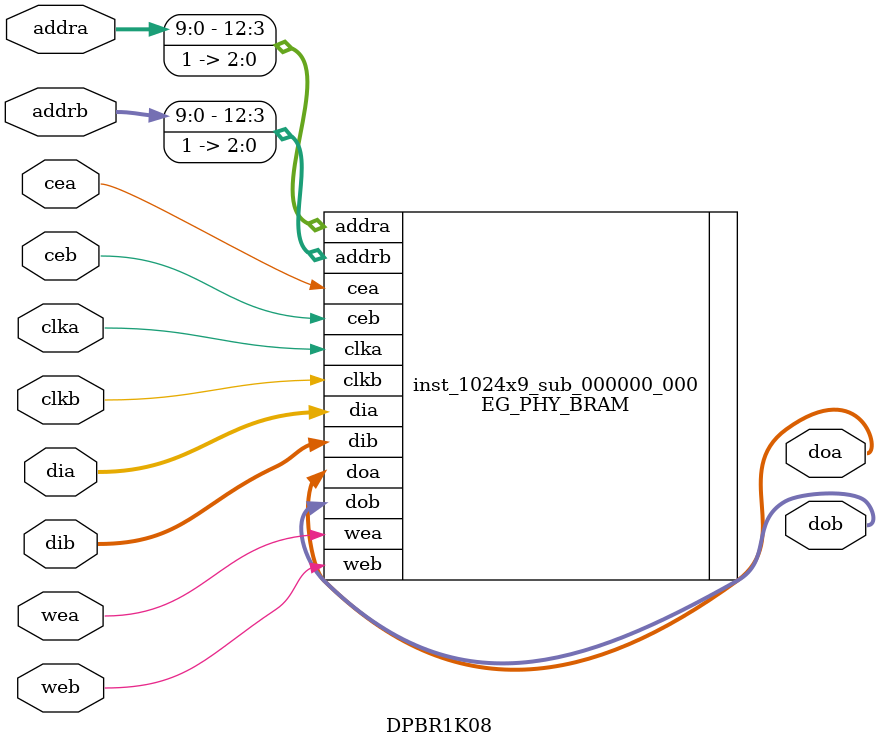
<source format=v>

`timescale 1ns / 1ps
module DPBR1K08  // al_ip/DPBR1K08.v(14)
  (
  addra,
  addrb,
  cea,
  ceb,
  clka,
  clkb,
  dia,
  dib,
  wea,
  web,
  doa,
  dob
  );

  input [9:0] addra;  // al_ip/DPBR1K08.v(25)
  input [9:0] addrb;  // al_ip/DPBR1K08.v(26)
  input cea;  // al_ip/DPBR1K08.v(29)
  input ceb;  // al_ip/DPBR1K08.v(30)
  input clka;  // al_ip/DPBR1K08.v(31)
  input clkb;  // al_ip/DPBR1K08.v(32)
  input [8:0] dia;  // al_ip/DPBR1K08.v(23)
  input [8:0] dib;  // al_ip/DPBR1K08.v(24)
  input wea;  // al_ip/DPBR1K08.v(27)
  input web;  // al_ip/DPBR1K08.v(28)
  output [8:0] doa;  // al_ip/DPBR1K08.v(19)
  output [8:0] dob;  // al_ip/DPBR1K08.v(20)


  EG_PHY_CONFIG #(
    .DONE_PERSISTN("ENABLE"),
    .INIT_PERSISTN("ENABLE"),
    .JTAG_PERSISTN("DISABLE"),
    .PROGRAMN_PERSISTN("DISABLE"))
    config_inst ();
  // address_offset=0;data_offset=0;depth=1024;width=9;num_section=1;width_per_section=9;section_size=9;working_depth=1024;working_width=9;address_step=1;bytes_in_per_section=1;
  EG_PHY_BRAM #(
    .CSA0("1"),
    .CSA1("1"),
    .CSA2("1"),
    .CSB0("1"),
    .CSB1("1"),
    .CSB2("1"),
    .DATA_WIDTH_A("9"),
    .DATA_WIDTH_B("9"),
    .MODE("DP8K"),
    .OCEAMUX("0"),
    .OCEBMUX("0"),
    .REGMODE_A("NOREG"),
    .REGMODE_B("NOREG"),
    .RESETMODE("SYNC"),
    .RSTAMUX("0"),
    .RSTBMUX("0"),
    .WRITEMODE_A("NORMAL"),
    .WRITEMODE_B("NORMAL"))
    inst_1024x9_sub_000000_000 (
    .addra({addra,3'b111}),
    .addrb({addrb,3'b111}),
    .cea(cea),
    .ceb(ceb),
    .clka(clka),
    .clkb(clkb),
    .dia(dia),
    .dib(dib),
    .wea(wea),
    .web(web),
    .doa(doa),
    .dob(dob));

endmodule 


</source>
